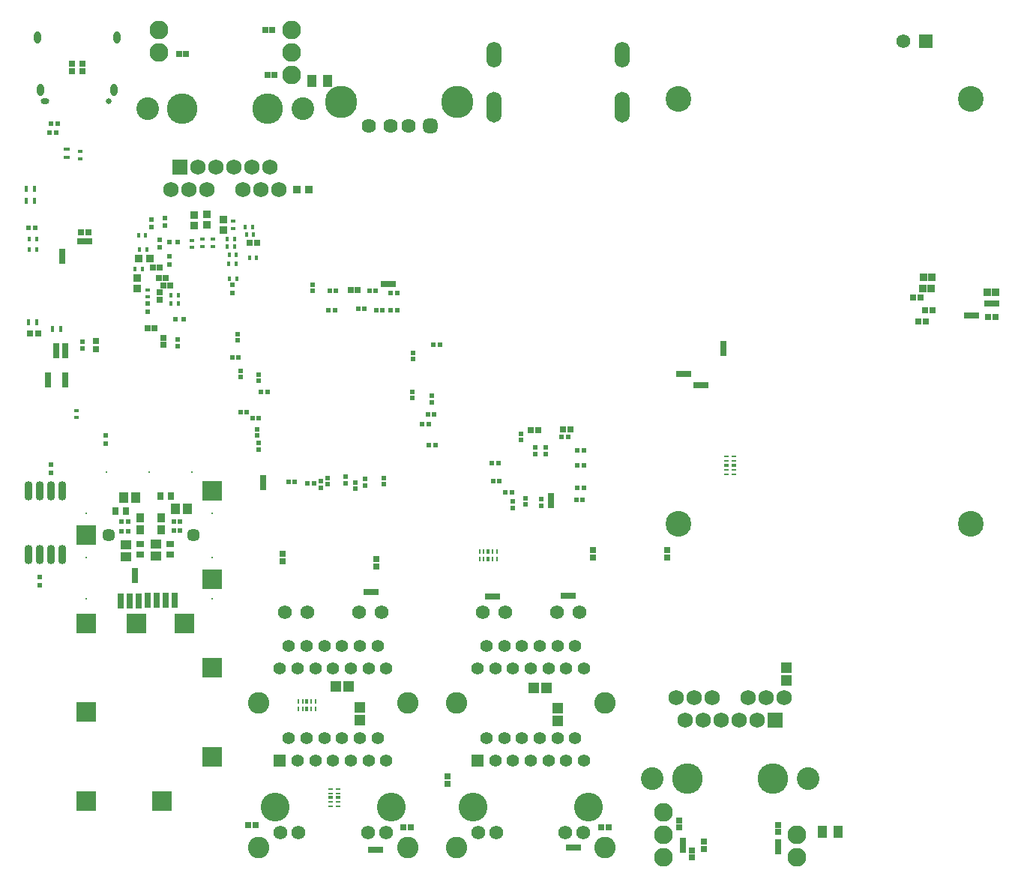
<source format=gbs>
G04*
G04 #@! TF.GenerationSoftware,Altium Limited,Altium Designer,25.1.2 (22)*
G04*
G04 Layer_Color=16711935*
%FSLAX44Y44*%
%MOMM*%
G71*
G04*
G04 #@! TF.SameCoordinates,A11DD0CD-F6FC-4396-A5D6-A0F97A1EA5FB*
G04*
G04*
G04 #@! TF.FilePolarity,Negative*
G04*
G01*
G75*
G04:AMPARAMS|DCode=27|XSize=0.565mm|YSize=0.2mm|CornerRadius=0.05mm|HoleSize=0mm|Usage=FLASHONLY|Rotation=270.000|XOffset=0mm|YOffset=0mm|HoleType=Round|Shape=RoundedRectangle|*
%AMROUNDEDRECTD27*
21,1,0.5650,0.1000,0,0,270.0*
21,1,0.4650,0.2000,0,0,270.0*
1,1,0.1000,-0.0500,-0.2325*
1,1,0.1000,-0.0500,0.2325*
1,1,0.1000,0.0500,0.2325*
1,1,0.1000,0.0500,-0.2325*
%
%ADD27ROUNDEDRECTD27*%
%ADD39R,0.5811X0.5121*%
G04:AMPARAMS|DCode=40|XSize=0.565mm|YSize=0.2mm|CornerRadius=0.05mm|HoleSize=0mm|Usage=FLASHONLY|Rotation=0.000|XOffset=0mm|YOffset=0mm|HoleType=Round|Shape=RoundedRectangle|*
%AMROUNDEDRECTD40*
21,1,0.5650,0.1000,0,0,0.0*
21,1,0.4650,0.2000,0,0,0.0*
1,1,0.1000,0.2325,-0.0500*
1,1,0.1000,-0.2325,-0.0500*
1,1,0.1000,-0.2325,0.0500*
1,1,0.1000,0.2325,0.0500*
%
%ADD40ROUNDEDRECTD40*%
%ADD45R,0.9051X0.9062*%
%ADD46R,0.5682X0.5725*%
%ADD48R,0.5200X0.5200*%
%ADD49R,0.5200X0.5200*%
%ADD50R,0.4000X0.5000*%
%ADD54R,0.9000X0.7500*%
%ADD60R,0.7500X0.9000*%
%ADD65R,0.5121X0.5811*%
%ADD71R,0.9582X1.1061*%
%ADD76R,0.4500X0.6750*%
%ADD82R,0.6750X0.4500*%
%ADD94R,0.6725X0.7154*%
%ADD97R,0.7154X0.6725*%
G04:AMPARAMS|DCode=107|XSize=0.565mm|YSize=0.4mm|CornerRadius=0.05mm|HoleSize=0mm|Usage=FLASHONLY|Rotation=270.000|XOffset=0mm|YOffset=0mm|HoleType=Round|Shape=RoundedRectangle|*
%AMROUNDEDRECTD107*
21,1,0.5650,0.3000,0,0,270.0*
21,1,0.4650,0.4000,0,0,270.0*
1,1,0.1000,-0.1500,-0.2325*
1,1,0.1000,-0.1500,0.2325*
1,1,0.1000,0.1500,0.2325*
1,1,0.1000,0.1500,-0.2325*
%
%ADD107ROUNDEDRECTD107*%
%ADD108R,0.7532X0.7032*%
%ADD109R,0.8032X0.8532*%
%ADD110R,0.7032X0.7532*%
%ADD111R,0.7532X0.8032*%
G04:AMPARAMS|DCode=114|XSize=0.565mm|YSize=0.4mm|CornerRadius=0.05mm|HoleSize=0mm|Usage=FLASHONLY|Rotation=0.000|XOffset=0mm|YOffset=0mm|HoleType=Round|Shape=RoundedRectangle|*
%AMROUNDEDRECTD114*
21,1,0.5650,0.3000,0,0,0.0*
21,1,0.4650,0.4000,0,0,0.0*
1,1,0.1000,0.2325,-0.1500*
1,1,0.1000,-0.2325,-0.1500*
1,1,0.1000,-0.2325,0.1500*
1,1,0.1000,0.2325,0.1500*
%
%ADD114ROUNDEDRECTD114*%
%ADD131R,1.1032X1.2032*%
%ADD132R,1.2032X1.1032*%
%ADD136R,0.8032X0.7532*%
%ADD143R,0.8532X0.8032*%
%ADD145R,0.9032X0.8532*%
%ADD154C,1.3890*%
%ADD155C,2.5582*%
%ADD156C,1.7332*%
%ADD157C,2.1082*%
%ADD158C,3.4532*%
%ADD159R,1.7332X1.7332*%
%ADD160R,1.3890X1.3890*%
%ADD161C,1.5660*%
%ADD162C,2.4248*%
%ADD163C,3.2512*%
%ADD164C,1.5700*%
%ADD165R,1.5700X1.5700*%
%ADD166R,2.2032X2.2032*%
%ADD167C,0.2032*%
%ADD168C,1.4532*%
%ADD169O,1.7032X2.9032*%
%ADD170O,1.7032X3.5032*%
%ADD171C,2.9032*%
%ADD172C,1.6232*%
G04:AMPARAMS|DCode=173|XSize=1.6232mm|YSize=1.6232mm|CornerRadius=0.4566mm|HoleSize=0mm|Usage=FLASHONLY|Rotation=180.000|XOffset=0mm|YOffset=0mm|HoleType=Round|Shape=RoundedRectangle|*
%AMROUNDEDRECTD173*
21,1,1.6232,0.7100,0,0,180.0*
21,1,0.7100,1.6232,0,0,180.0*
1,1,0.9132,-0.3550,0.3550*
1,1,0.9132,0.3550,0.3550*
1,1,0.9132,0.3550,-0.3550*
1,1,0.9132,-0.3550,-0.3550*
%
%ADD173ROUNDEDRECTD173*%
%ADD174C,3.6532*%
G04:AMPARAMS|DCode=175|XSize=0.8mm|YSize=1.4mm|CornerRadius=0.4mm|HoleSize=0mm|Usage=FLASHONLY|Rotation=180.000|XOffset=0mm|YOffset=0mm|HoleType=Round|Shape=RoundedRectangle|*
%AMROUNDEDRECTD175*
21,1,0.8000,0.6000,0,0,180.0*
21,1,0.0000,1.4000,0,0,180.0*
1,1,0.8000,0.0000,0.3000*
1,1,0.8000,0.0000,0.3000*
1,1,0.8000,0.0000,-0.3000*
1,1,0.8000,0.0000,-0.3000*
%
%ADD175ROUNDEDRECTD175*%
G04:AMPARAMS|DCode=176|XSize=0.95mm|YSize=0.65mm|CornerRadius=0.325mm|HoleSize=0mm|Usage=FLASHONLY|Rotation=180.000|XOffset=0mm|YOffset=0mm|HoleType=Round|Shape=RoundedRectangle|*
%AMROUNDEDRECTD176*
21,1,0.9500,0.0000,0,0,180.0*
21,1,0.3000,0.6500,0,0,180.0*
1,1,0.6500,-0.1500,0.0000*
1,1,0.6500,0.1500,0.0000*
1,1,0.6500,0.1500,0.0000*
1,1,0.6500,-0.1500,0.0000*
%
%ADD176ROUNDEDRECTD176*%
%ADD177C,0.6500*%
%ADD212R,0.8500X0.9000*%
%ADD213R,0.5000X0.4000*%
%ADD216R,0.9062X0.9051*%
%ADD217R,0.5725X0.5682*%
%ADD220R,0.4725X0.4682*%
%ADD224R,0.5153X0.4725*%
%ADD226R,0.6532X0.6532*%
%ADD227R,0.6532X0.6532*%
%ADD228O,0.9032X2.2032*%
%ADD229R,0.7532X0.7532*%
%ADD230R,1.2532X1.1532*%
%ADD231R,1.1532X1.2532*%
%ADD232R,1.0032X1.4032*%
D27*
X536100Y361045D02*
D03*
X541100D02*
D03*
X551100D02*
D03*
X556100D02*
D03*
Y352695D02*
D03*
X551100D02*
D03*
X541100D02*
D03*
X536100D02*
D03*
X351280Y191445D02*
D03*
X346280D02*
D03*
X336280D02*
D03*
X331280D02*
D03*
Y183095D02*
D03*
X336280D02*
D03*
X346280D02*
D03*
X351280D02*
D03*
D39*
X197965Y384810D02*
D03*
X190655D02*
D03*
X197965Y394970D02*
D03*
X190655D02*
D03*
X131728Y394409D02*
D03*
X139038D02*
D03*
X132080Y383540D02*
D03*
X139391D02*
D03*
X365677Y633588D02*
D03*
X372987D02*
D03*
X411635Y655320D02*
D03*
X418945D02*
D03*
X484025Y594360D02*
D03*
X491335D02*
D03*
X426565Y633730D02*
D03*
X419255D02*
D03*
X406245Y635000D02*
D03*
X398935D02*
D03*
X366776Y655647D02*
D03*
X374086D02*
D03*
X435765Y652780D02*
D03*
X443075D02*
D03*
X264005Y580390D02*
D03*
X256695D02*
D03*
X435765Y633730D02*
D03*
X443075D02*
D03*
X477675Y515620D02*
D03*
X484985D02*
D03*
X471269Y504688D02*
D03*
X478579D02*
D03*
X320195Y439420D02*
D03*
X327505D02*
D03*
X273468Y518501D02*
D03*
X266157D02*
D03*
X289385Y541300D02*
D03*
X296695D02*
D03*
X478945Y481330D02*
D03*
X486255D02*
D03*
X349095Y438150D02*
D03*
X341785D02*
D03*
X279709Y511810D02*
D03*
X287020D02*
D03*
X558755Y440955D02*
D03*
X551445D02*
D03*
X557695Y460979D02*
D03*
X550384D02*
D03*
X628805Y490220D02*
D03*
X636115D02*
D03*
X646585Y458470D02*
D03*
X653895D02*
D03*
X646585Y433070D02*
D03*
X653895D02*
D03*
X645315Y419100D02*
D03*
X652625D02*
D03*
X646585Y474980D02*
D03*
X653895D02*
D03*
X565305Y427990D02*
D03*
X572615D02*
D03*
D40*
X814975Y468470D02*
D03*
Y463470D02*
D03*
Y453470D02*
D03*
Y448470D02*
D03*
X823325D02*
D03*
Y453470D02*
D03*
Y463470D02*
D03*
Y468470D02*
D03*
X376650Y72900D02*
D03*
Y77900D02*
D03*
Y87900D02*
D03*
Y92900D02*
D03*
X368300D02*
D03*
Y87900D02*
D03*
Y77900D02*
D03*
Y72900D02*
D03*
D45*
X163554Y692025D02*
D03*
X151543D02*
D03*
D46*
X201637Y623835D02*
D03*
X192594D02*
D03*
X195397Y710719D02*
D03*
X186354D02*
D03*
D48*
X34480Y726440D02*
D03*
X26480D02*
D03*
X51880Y844550D02*
D03*
X59880D02*
D03*
D49*
X87630Y590360D02*
D03*
Y598360D02*
D03*
D50*
X196040Y650640D02*
D03*
X188040D02*
D03*
X251474Y705519D02*
D03*
X259474D02*
D03*
X280860Y718820D02*
D03*
X272860D02*
D03*
X147290Y680420D02*
D03*
X155290D02*
D03*
X195770Y641350D02*
D03*
X187770D02*
D03*
X254020Y669092D02*
D03*
X262020D02*
D03*
X253540Y696640D02*
D03*
X261540D02*
D03*
X251270Y713740D02*
D03*
X259270D02*
D03*
X284240Y692801D02*
D03*
X276240D02*
D03*
X152210Y702310D02*
D03*
X160210D02*
D03*
X150894Y718391D02*
D03*
X158894D02*
D03*
X253136Y686162D02*
D03*
X261136D02*
D03*
X279590Y727710D02*
D03*
X271590D02*
D03*
X35750Y713740D02*
D03*
X27750D02*
D03*
X35750Y702310D02*
D03*
X27750D02*
D03*
D54*
X186690Y357220D02*
D03*
Y369220D02*
D03*
X152730Y357220D02*
D03*
Y369220D02*
D03*
D60*
X124931Y406801D02*
D03*
X136931D02*
D03*
X187668Y423863D02*
D03*
X175668D02*
D03*
D65*
X262890Y599595D02*
D03*
Y606905D02*
D03*
X347980Y655475D02*
D03*
Y662785D02*
D03*
X460782Y578333D02*
D03*
Y585644D02*
D03*
X460691Y534135D02*
D03*
Y541446D02*
D03*
X406911Y443145D02*
D03*
Y435834D02*
D03*
X356870Y440535D02*
D03*
Y433225D02*
D03*
X266068Y557833D02*
D03*
Y565144D02*
D03*
X427990Y444345D02*
D03*
Y437035D02*
D03*
X384810Y445615D02*
D03*
Y438305D02*
D03*
X364490Y444345D02*
D03*
Y437035D02*
D03*
X285370Y499145D02*
D03*
Y491835D02*
D03*
X482600Y529745D02*
D03*
Y537055D02*
D03*
X396240Y439265D02*
D03*
Y431955D02*
D03*
X287020Y483715D02*
D03*
Y476405D02*
D03*
X286393Y553715D02*
D03*
Y561025D02*
D03*
X583092Y486809D02*
D03*
Y494119D02*
D03*
X599440Y478635D02*
D03*
Y471325D02*
D03*
X574040Y410365D02*
D03*
Y417675D02*
D03*
X610870Y478635D02*
D03*
Y471325D02*
D03*
X588010Y421485D02*
D03*
Y414175D02*
D03*
X605790Y412905D02*
D03*
Y420215D02*
D03*
D71*
X152730Y399191D02*
D03*
Y385669D02*
D03*
X176860Y399191D02*
D03*
Y385669D02*
D03*
D76*
X63045Y612140D02*
D03*
X53795D02*
D03*
X33835Y770890D02*
D03*
X24585D02*
D03*
X33835Y756920D02*
D03*
X24585D02*
D03*
X36375Y619760D02*
D03*
X27125D02*
D03*
D82*
X69850Y806685D02*
D03*
Y815935D02*
D03*
D94*
X102870Y589574D02*
D03*
Y599146D02*
D03*
D97*
X37806Y607060D02*
D03*
X28234D02*
D03*
D107*
X546100Y361045D02*
D03*
Y352695D02*
D03*
X341280Y191445D02*
D03*
Y183095D02*
D03*
D108*
X294700Y949960D02*
D03*
X302200D02*
D03*
X297240Y899160D02*
D03*
X304740D02*
D03*
X204410Y923290D02*
D03*
X196910D02*
D03*
X179135Y661640D02*
D03*
X186635D02*
D03*
X174176Y670330D02*
D03*
X181676D02*
D03*
X168850Y613410D02*
D03*
X161350D02*
D03*
X398720Y656590D02*
D03*
X391220D02*
D03*
D109*
X811530Y594800D02*
D03*
Y586300D02*
D03*
X171488Y302042D02*
D03*
Y310542D02*
D03*
X181610Y301820D02*
D03*
Y310320D02*
D03*
X191770Y301820D02*
D03*
Y310320D02*
D03*
X161290Y301820D02*
D03*
Y310320D02*
D03*
X151130Y300550D02*
D03*
Y309050D02*
D03*
X130810Y300550D02*
D03*
Y309050D02*
D03*
X140970Y300990D02*
D03*
Y309490D02*
D03*
X147320Y329760D02*
D03*
Y338260D02*
D03*
X292100Y442840D02*
D03*
Y434340D02*
D03*
X64770Y698940D02*
D03*
Y690440D02*
D03*
X873760Y22860D02*
D03*
Y31360D02*
D03*
X765810Y33460D02*
D03*
Y24960D02*
D03*
X617220Y414020D02*
D03*
Y422520D02*
D03*
X48920Y559230D02*
D03*
Y550730D02*
D03*
X68580Y558800D02*
D03*
Y550300D02*
D03*
Y583760D02*
D03*
Y592260D02*
D03*
X58420D02*
D03*
Y583760D02*
D03*
D110*
X762000Y49590D02*
D03*
Y57090D02*
D03*
X179070Y601920D02*
D03*
Y594420D02*
D03*
X775970Y15300D02*
D03*
Y22800D02*
D03*
X873760Y51950D02*
D03*
Y44450D02*
D03*
D111*
X789940Y24960D02*
D03*
Y33460D02*
D03*
X748030Y353890D02*
D03*
Y362390D02*
D03*
X664210Y353890D02*
D03*
Y362390D02*
D03*
X419220Y343931D02*
D03*
Y352431D02*
D03*
X313690Y350080D02*
D03*
Y358580D02*
D03*
X500380Y98620D02*
D03*
Y107120D02*
D03*
X87630Y903800D02*
D03*
Y912300D02*
D03*
X76200Y903800D02*
D03*
Y912300D02*
D03*
D114*
X814975Y458470D02*
D03*
X823325D02*
D03*
X376650Y82900D02*
D03*
X368300D02*
D03*
D131*
X147720Y421640D02*
D03*
X134220D02*
D03*
X192640Y408940D02*
D03*
X206140D02*
D03*
D132*
X171099Y369331D02*
D03*
Y355831D02*
D03*
X137160Y368700D02*
D03*
Y355200D02*
D03*
D136*
X458910Y49530D02*
D03*
X450410D02*
D03*
X1039690Y633730D02*
D03*
X1048190D02*
D03*
X1025720Y647700D02*
D03*
X1034220D02*
D03*
X1110374Y626034D02*
D03*
X1118874D02*
D03*
X1032070Y621030D02*
D03*
X1040570D02*
D03*
X85920Y721360D02*
D03*
X94420D02*
D03*
X602344Y498141D02*
D03*
X593844D02*
D03*
X630750Y499110D02*
D03*
X639250D02*
D03*
X283650Y52070D02*
D03*
X275150D02*
D03*
X673930Y49530D02*
D03*
X682430D02*
D03*
D143*
X781880Y548640D02*
D03*
X790380D02*
D03*
X1096450Y627380D02*
D03*
X1087950D02*
D03*
X762830Y561340D02*
D03*
X771330D02*
D03*
X85920Y711200D02*
D03*
X94420D02*
D03*
X437320Y662940D02*
D03*
X428820D02*
D03*
X1119310Y641350D02*
D03*
X1110810D02*
D03*
X632020Y311150D02*
D03*
X640520D02*
D03*
X414850Y24130D02*
D03*
X423350D02*
D03*
X555430Y309880D02*
D03*
X546930D02*
D03*
X409770Y314960D02*
D03*
X418270D02*
D03*
X638370Y26670D02*
D03*
X646870D02*
D03*
D145*
X1037920Y670560D02*
D03*
X1047420D02*
D03*
X1109740Y654034D02*
D03*
X1119240D02*
D03*
X1036650Y657860D02*
D03*
X1046150D02*
D03*
D154*
X584200Y149860D02*
D03*
X574040Y124460D02*
D03*
X644398Y254000D02*
D03*
X624332D02*
D03*
X604266D02*
D03*
X584200D02*
D03*
X564134D02*
D03*
X544068D02*
D03*
X654304Y228600D02*
D03*
X634238D02*
D03*
X614172D02*
D03*
X594106D02*
D03*
X574040D02*
D03*
X553974D02*
D03*
X533908D02*
D03*
X644398Y149860D02*
D03*
X624332D02*
D03*
X604266D02*
D03*
X564134D02*
D03*
X544068D02*
D03*
X654304Y124460D02*
D03*
X634238D02*
D03*
X614172D02*
D03*
X594106D02*
D03*
X553974D02*
D03*
X421132Y254000D02*
D03*
X401066D02*
D03*
X381000D02*
D03*
X360934D02*
D03*
X340868D02*
D03*
X320802D02*
D03*
X431038Y228600D02*
D03*
X410972D02*
D03*
X390906D02*
D03*
X370840D02*
D03*
X350774D02*
D03*
X330708D02*
D03*
X310642D02*
D03*
X421132Y149860D02*
D03*
X401066D02*
D03*
X381000D02*
D03*
X360934D02*
D03*
X340868D02*
D03*
X320802D02*
D03*
X431038Y124460D02*
D03*
X410972D02*
D03*
X390906D02*
D03*
X370840D02*
D03*
X350774D02*
D03*
X330708D02*
D03*
D155*
X907034Y104140D02*
D03*
X731266D02*
D03*
X161036Y861060D02*
D03*
X336804D02*
D03*
D156*
X778510Y195580D02*
D03*
X788670Y170180D02*
D03*
X798830Y195580D02*
D03*
X808990Y170180D02*
D03*
X849630D02*
D03*
X829310D02*
D03*
X859790Y195580D02*
D03*
X839470D02*
D03*
X768350Y170180D02*
D03*
X880110Y195580D02*
D03*
X758190D02*
D03*
X289560Y769620D02*
D03*
X279400Y795020D02*
D03*
X269240Y769620D02*
D03*
X259080Y795020D02*
D03*
X218440D02*
D03*
X238760D02*
D03*
X208280Y769620D02*
D03*
X228600D02*
D03*
X299720Y795020D02*
D03*
X187960Y769620D02*
D03*
X309880D02*
D03*
D157*
X894334Y40640D02*
D03*
Y15240D02*
D03*
X743966Y66040D02*
D03*
Y40640D02*
D03*
Y15240D02*
D03*
X173736Y924560D02*
D03*
Y949960D02*
D03*
X324104Y899160D02*
D03*
Y924560D02*
D03*
Y949960D02*
D03*
D158*
X867410Y104140D02*
D03*
X770890D02*
D03*
X200660Y861060D02*
D03*
X297180D02*
D03*
D159*
X869950Y170180D02*
D03*
X198120Y795020D02*
D03*
D160*
X533908Y124460D02*
D03*
X310642D02*
D03*
D161*
X653542Y43434D02*
D03*
X633222D02*
D03*
X554990D02*
D03*
X534670D02*
D03*
X648716Y292100D02*
D03*
X623316D02*
D03*
X564896D02*
D03*
X539496D02*
D03*
X430276Y43434D02*
D03*
X409956D02*
D03*
X331724D02*
D03*
X311404D02*
D03*
X425450Y292100D02*
D03*
X400050D02*
D03*
X341630D02*
D03*
X316230D02*
D03*
D162*
X678053Y26162D02*
D03*
X510159D02*
D03*
X678053Y189738D02*
D03*
X510159D02*
D03*
X454787Y26162D02*
D03*
X286893D02*
D03*
X454787Y189738D02*
D03*
X286893D02*
D03*
D163*
X528574Y71882D02*
D03*
X659638D02*
D03*
X305308D02*
D03*
X436372D02*
D03*
D164*
X1014730Y937260D02*
D03*
D165*
X1040130D02*
D03*
D166*
X234312Y429342D02*
D03*
X91812Y379342D02*
D03*
X234312Y329342D02*
D03*
X202612Y279342D02*
D03*
X148612D02*
D03*
X91812D02*
D03*
X234312Y229342D02*
D03*
X91812Y179342D02*
D03*
Y79342D02*
D03*
X177612D02*
D03*
X234312Y129342D02*
D03*
D167*
X211062Y450342D02*
D03*
X163062D02*
D03*
X115062D02*
D03*
X234362Y404342D02*
D03*
X91762D02*
D03*
Y354342D02*
D03*
X234362D02*
D03*
X91762Y307342D02*
D03*
X234362D02*
D03*
D168*
X213062Y379342D02*
D03*
X117062D02*
D03*
D169*
X552260Y922710D02*
D03*
X697260D02*
D03*
D170*
X552260Y862710D02*
D03*
X697260D02*
D03*
D171*
X1091222Y392034D02*
D03*
X761186D02*
D03*
Y872034D02*
D03*
X1091186D02*
D03*
D172*
X435770Y841800D02*
D03*
X455770D02*
D03*
X410770D02*
D03*
D173*
X480770D02*
D03*
D174*
X511470Y868900D02*
D03*
X380070D02*
D03*
D175*
X36700Y941710D02*
D03*
X126500D02*
D03*
X40300Y882210D02*
D03*
X122900D02*
D03*
D176*
X45600Y869710D02*
D03*
D177*
X117600D02*
D03*
D212*
X343050Y769620D02*
D03*
X330050D02*
D03*
D213*
X80710Y520540D02*
D03*
Y512540D02*
D03*
X234790Y705890D02*
D03*
Y713890D02*
D03*
X211625Y704437D02*
D03*
Y712437D02*
D03*
X257810Y734250D02*
D03*
Y726250D02*
D03*
X222805Y705905D02*
D03*
Y713905D02*
D03*
X161290Y648780D02*
D03*
Y656780D02*
D03*
X85090Y804770D02*
D03*
Y812770D02*
D03*
D216*
X227999Y729790D02*
D03*
Y741801D02*
D03*
X213970Y729244D02*
D03*
Y741256D02*
D03*
X247141Y724277D02*
D03*
Y736289D02*
D03*
X149231Y670015D02*
D03*
Y658003D02*
D03*
D217*
X39370Y332182D02*
D03*
Y323139D02*
D03*
X52070Y450139D02*
D03*
Y459182D02*
D03*
X114300Y492201D02*
D03*
Y483158D02*
D03*
X256748Y662205D02*
D03*
Y653162D02*
D03*
X174569Y713465D02*
D03*
Y704422D02*
D03*
X180901Y728834D02*
D03*
Y737877D02*
D03*
X161290Y631749D02*
D03*
Y640791D02*
D03*
X165449Y727347D02*
D03*
Y736390D02*
D03*
X186356Y685118D02*
D03*
Y694161D02*
D03*
D220*
X195580Y592878D02*
D03*
Y600922D02*
D03*
D224*
X50824Y834390D02*
D03*
X58396D02*
D03*
D226*
X166958Y681420D02*
D03*
X174958D02*
D03*
D227*
X175141Y645824D02*
D03*
Y653824D02*
D03*
D228*
X26670Y429950D02*
D03*
X39370D02*
D03*
X52070D02*
D03*
X64770D02*
D03*
X26670Y357450D02*
D03*
X39370D02*
D03*
X52070D02*
D03*
X64770D02*
D03*
D229*
X276170Y709930D02*
D03*
X285170D02*
D03*
D230*
X624840Y169280D02*
D03*
Y183780D02*
D03*
X401320Y170550D02*
D03*
Y185050D02*
D03*
X883127Y215087D02*
D03*
Y229587D02*
D03*
D231*
X597270Y207010D02*
D03*
X611770D02*
D03*
X373750Y208280D02*
D03*
X388250D02*
D03*
D232*
X364600Y892810D02*
D03*
X346600D02*
D03*
X941180Y44450D02*
D03*
X923180D02*
D03*
M02*

</source>
